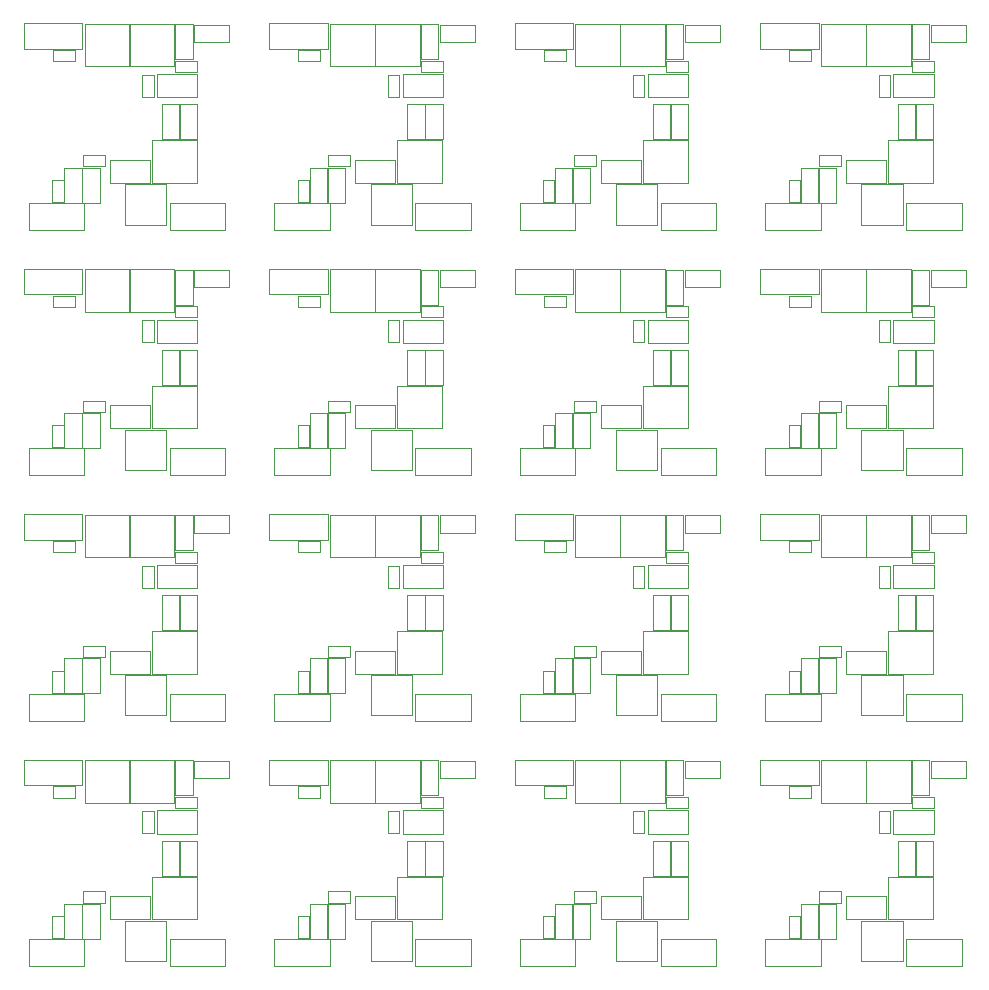
<source format=gbr>
%TF.GenerationSoftware,KiCad,Pcbnew,5.1.8*%
%TF.CreationDate,2020-11-30T01:30:04+01:00*%
%TF.ProjectId,panel2,70616e65-6c32-42e6-9b69-6361645f7063,rev?*%
%TF.SameCoordinates,Original*%
%TF.FileFunction,Other,User*%
%FSLAX46Y46*%
G04 Gerber Fmt 4.6, Leading zero omitted, Abs format (unit mm)*
G04 Created by KiCad (PCBNEW 5.1.8) date 2020-11-30 01:30:04*
%MOMM*%
%LPD*%
G01*
G04 APERTURE LIST*
%ADD10C,0.050000*%
G04 APERTURE END LIST*
D10*
%TO.C,D1*%
X118912016Y-127688516D02*
X117452016Y-127688516D01*
X117452016Y-127688516D02*
X117452016Y-124728516D01*
X117452016Y-124728516D02*
X118912016Y-124728516D01*
X118912016Y-124728516D02*
X118912016Y-127688516D01*
%TO.C,D2*%
X117388016Y-127688516D02*
X115928016Y-127688516D01*
X115928016Y-127688516D02*
X115928016Y-124728516D01*
X115928016Y-124728516D02*
X117388016Y-124728516D01*
X117388016Y-124728516D02*
X117388016Y-127688516D01*
%TO.C,F1*%
X117459016Y-112530016D02*
X117459016Y-114690016D01*
X117459016Y-114690016D02*
X112499016Y-114690016D01*
X112499016Y-114690016D02*
X112499016Y-112530016D01*
X112499016Y-112530016D02*
X117459016Y-112530016D01*
%TO.C,Q1*%
X121070016Y-129550016D02*
X121070016Y-126150016D01*
X121070016Y-126150016D02*
X124570016Y-126150016D01*
X124570016Y-126150016D02*
X124570016Y-129550016D01*
X124570016Y-129550016D02*
X121070016Y-129550016D01*
%TO.C,R1*%
X119364016Y-123681016D02*
X119364016Y-124621016D01*
X119364016Y-124621016D02*
X117504016Y-124621016D01*
X117504016Y-124621016D02*
X117504016Y-123681016D01*
X117504016Y-123681016D02*
X119364016Y-123681016D01*
%TO.C,R2*%
X123478016Y-118733016D02*
X122538016Y-118733016D01*
X122538016Y-118733016D02*
X122538016Y-116873016D01*
X122538016Y-116873016D02*
X123478016Y-116873016D01*
X123478016Y-116873016D02*
X123478016Y-118733016D01*
%TO.C,R3*%
X114968016Y-115731016D02*
X114968016Y-114791016D01*
X114968016Y-114791016D02*
X116828016Y-114791016D01*
X116828016Y-114791016D02*
X116828016Y-115731016D01*
X116828016Y-115731016D02*
X114968016Y-115731016D01*
%TO.C,R4*%
X115858016Y-127623016D02*
X114918016Y-127623016D01*
X114918016Y-127623016D02*
X114918016Y-125763016D01*
X114918016Y-125763016D02*
X115858016Y-125763016D01*
X115858016Y-125763016D02*
X115858016Y-127623016D01*
%TO.C,R5*%
X127178516Y-115680016D02*
X127178516Y-116620016D01*
X127178516Y-116620016D02*
X125318516Y-116620016D01*
X125318516Y-116620016D02*
X125318516Y-115680016D01*
X125318516Y-115680016D02*
X127178516Y-115680016D01*
%TO.C,U1*%
X123351016Y-122417016D02*
X127151016Y-122417016D01*
X127151016Y-122417016D02*
X127151016Y-126017016D01*
X127151016Y-126017016D02*
X123351016Y-126017016D01*
X123351016Y-126017016D02*
X123351016Y-122417016D01*
%TO.C,U2*%
X125246016Y-112566016D02*
X121446016Y-112566016D01*
X125246016Y-116166016D02*
X125246016Y-112566016D01*
X121446016Y-116166016D02*
X125246016Y-116166016D01*
X121446016Y-112566016D02*
X121446016Y-116166016D01*
%TO.C,U3*%
X121436016Y-112566016D02*
X117636016Y-112566016D01*
X121436016Y-116166016D02*
X121436016Y-112566016D01*
X117636016Y-116166016D02*
X121436016Y-116166016D01*
X117636016Y-112566016D02*
X117636016Y-116166016D01*
%TO.C,D3*%
X117610016Y-130000016D02*
X112910016Y-130000016D01*
X112910016Y-130000016D02*
X112910016Y-127700016D01*
X112910016Y-127700016D02*
X117610016Y-127700016D01*
X117610016Y-130000016D02*
X117610016Y-127700016D01*
%TO.C,D4*%
X129550016Y-130000016D02*
X124850016Y-130000016D01*
X124850016Y-130000016D02*
X124850016Y-127700016D01*
X124850016Y-127700016D02*
X129550016Y-127700016D01*
X129550016Y-130000016D02*
X129550016Y-127700016D01*
%TO.C,C1*%
X123184016Y-124060016D02*
X123184016Y-126020016D01*
X123184016Y-126020016D02*
X119784016Y-126020016D01*
X119784016Y-126020016D02*
X119784016Y-124060016D01*
X119784016Y-124060016D02*
X123184016Y-124060016D01*
%TO.C,C2*%
X123782016Y-118781016D02*
X123782016Y-116821016D01*
X123782016Y-116821016D02*
X127182016Y-116821016D01*
X127182016Y-116821016D02*
X127182016Y-118781016D01*
X127182016Y-118781016D02*
X123782016Y-118781016D01*
%TO.C,C3*%
X125643016Y-122342016D02*
X124183016Y-122342016D01*
X124183016Y-122342016D02*
X124183016Y-119382016D01*
X124183016Y-119382016D02*
X125643016Y-119382016D01*
X125643016Y-119382016D02*
X125643016Y-122342016D01*
%TO.C,C4*%
X127167016Y-122342016D02*
X125707016Y-122342016D01*
X125707016Y-122342016D02*
X125707016Y-119382016D01*
X125707016Y-119382016D02*
X127167016Y-119382016D01*
X127167016Y-119382016D02*
X127167016Y-122342016D01*
%TO.C,C5*%
X126786016Y-115547516D02*
X125326016Y-115547516D01*
X125326016Y-115547516D02*
X125326016Y-112587516D01*
X125326016Y-112587516D02*
X126786016Y-112587516D01*
X126786016Y-112587516D02*
X126786016Y-115547516D01*
%TO.C,R6*%
X126925016Y-114086016D02*
X126925016Y-112626016D01*
X126925016Y-112626016D02*
X129885016Y-112626016D01*
X129885016Y-112626016D02*
X129885016Y-114086016D01*
X129885016Y-114086016D02*
X126925016Y-114086016D01*
%TO.C,D1*%
X98132011Y-127688516D02*
X96672011Y-127688516D01*
X96672011Y-127688516D02*
X96672011Y-124728516D01*
X96672011Y-124728516D02*
X98132011Y-124728516D01*
X98132011Y-124728516D02*
X98132011Y-127688516D01*
%TO.C,D2*%
X96608011Y-127688516D02*
X95148011Y-127688516D01*
X95148011Y-127688516D02*
X95148011Y-124728516D01*
X95148011Y-124728516D02*
X96608011Y-124728516D01*
X96608011Y-124728516D02*
X96608011Y-127688516D01*
%TO.C,F1*%
X96679011Y-112530016D02*
X96679011Y-114690016D01*
X96679011Y-114690016D02*
X91719011Y-114690016D01*
X91719011Y-114690016D02*
X91719011Y-112530016D01*
X91719011Y-112530016D02*
X96679011Y-112530016D01*
%TO.C,Q1*%
X100290011Y-129550016D02*
X100290011Y-126150016D01*
X100290011Y-126150016D02*
X103790011Y-126150016D01*
X103790011Y-126150016D02*
X103790011Y-129550016D01*
X103790011Y-129550016D02*
X100290011Y-129550016D01*
%TO.C,R1*%
X98584011Y-123681016D02*
X98584011Y-124621016D01*
X98584011Y-124621016D02*
X96724011Y-124621016D01*
X96724011Y-124621016D02*
X96724011Y-123681016D01*
X96724011Y-123681016D02*
X98584011Y-123681016D01*
%TO.C,R2*%
X102698011Y-118733016D02*
X101758011Y-118733016D01*
X101758011Y-118733016D02*
X101758011Y-116873016D01*
X101758011Y-116873016D02*
X102698011Y-116873016D01*
X102698011Y-116873016D02*
X102698011Y-118733016D01*
%TO.C,R3*%
X94188011Y-115731016D02*
X94188011Y-114791016D01*
X94188011Y-114791016D02*
X96048011Y-114791016D01*
X96048011Y-114791016D02*
X96048011Y-115731016D01*
X96048011Y-115731016D02*
X94188011Y-115731016D01*
%TO.C,R4*%
X95078011Y-127623016D02*
X94138011Y-127623016D01*
X94138011Y-127623016D02*
X94138011Y-125763016D01*
X94138011Y-125763016D02*
X95078011Y-125763016D01*
X95078011Y-125763016D02*
X95078011Y-127623016D01*
%TO.C,R5*%
X106398511Y-115680016D02*
X106398511Y-116620016D01*
X106398511Y-116620016D02*
X104538511Y-116620016D01*
X104538511Y-116620016D02*
X104538511Y-115680016D01*
X104538511Y-115680016D02*
X106398511Y-115680016D01*
%TO.C,U1*%
X102571011Y-122417016D02*
X106371011Y-122417016D01*
X106371011Y-122417016D02*
X106371011Y-126017016D01*
X106371011Y-126017016D02*
X102571011Y-126017016D01*
X102571011Y-126017016D02*
X102571011Y-122417016D01*
%TO.C,U2*%
X104466011Y-112566016D02*
X100666011Y-112566016D01*
X104466011Y-116166016D02*
X104466011Y-112566016D01*
X100666011Y-116166016D02*
X104466011Y-116166016D01*
X100666011Y-112566016D02*
X100666011Y-116166016D01*
%TO.C,U3*%
X100656011Y-112566016D02*
X96856011Y-112566016D01*
X100656011Y-116166016D02*
X100656011Y-112566016D01*
X96856011Y-116166016D02*
X100656011Y-116166016D01*
X96856011Y-112566016D02*
X96856011Y-116166016D01*
%TO.C,D3*%
X96830011Y-130000016D02*
X92130011Y-130000016D01*
X92130011Y-130000016D02*
X92130011Y-127700016D01*
X92130011Y-127700016D02*
X96830011Y-127700016D01*
X96830011Y-130000016D02*
X96830011Y-127700016D01*
%TO.C,D4*%
X108770011Y-130000016D02*
X104070011Y-130000016D01*
X104070011Y-130000016D02*
X104070011Y-127700016D01*
X104070011Y-127700016D02*
X108770011Y-127700016D01*
X108770011Y-130000016D02*
X108770011Y-127700016D01*
%TO.C,C1*%
X102404011Y-124060016D02*
X102404011Y-126020016D01*
X102404011Y-126020016D02*
X99004011Y-126020016D01*
X99004011Y-126020016D02*
X99004011Y-124060016D01*
X99004011Y-124060016D02*
X102404011Y-124060016D01*
%TO.C,C2*%
X103002011Y-118781016D02*
X103002011Y-116821016D01*
X103002011Y-116821016D02*
X106402011Y-116821016D01*
X106402011Y-116821016D02*
X106402011Y-118781016D01*
X106402011Y-118781016D02*
X103002011Y-118781016D01*
%TO.C,C3*%
X104863011Y-122342016D02*
X103403011Y-122342016D01*
X103403011Y-122342016D02*
X103403011Y-119382016D01*
X103403011Y-119382016D02*
X104863011Y-119382016D01*
X104863011Y-119382016D02*
X104863011Y-122342016D01*
%TO.C,C4*%
X106387011Y-122342016D02*
X104927011Y-122342016D01*
X104927011Y-122342016D02*
X104927011Y-119382016D01*
X104927011Y-119382016D02*
X106387011Y-119382016D01*
X106387011Y-119382016D02*
X106387011Y-122342016D01*
%TO.C,C5*%
X106006011Y-115547516D02*
X104546011Y-115547516D01*
X104546011Y-115547516D02*
X104546011Y-112587516D01*
X104546011Y-112587516D02*
X106006011Y-112587516D01*
X106006011Y-112587516D02*
X106006011Y-115547516D01*
%TO.C,R6*%
X106145011Y-114086016D02*
X106145011Y-112626016D01*
X106145011Y-112626016D02*
X109105011Y-112626016D01*
X109105011Y-112626016D02*
X109105011Y-114086016D01*
X109105011Y-114086016D02*
X106145011Y-114086016D01*
%TO.C,D1*%
X77352006Y-127688516D02*
X75892006Y-127688516D01*
X75892006Y-127688516D02*
X75892006Y-124728516D01*
X75892006Y-124728516D02*
X77352006Y-124728516D01*
X77352006Y-124728516D02*
X77352006Y-127688516D01*
%TO.C,D2*%
X75828006Y-127688516D02*
X74368006Y-127688516D01*
X74368006Y-127688516D02*
X74368006Y-124728516D01*
X74368006Y-124728516D02*
X75828006Y-124728516D01*
X75828006Y-124728516D02*
X75828006Y-127688516D01*
%TO.C,F1*%
X75899006Y-112530016D02*
X75899006Y-114690016D01*
X75899006Y-114690016D02*
X70939006Y-114690016D01*
X70939006Y-114690016D02*
X70939006Y-112530016D01*
X70939006Y-112530016D02*
X75899006Y-112530016D01*
%TO.C,Q1*%
X79510006Y-129550016D02*
X79510006Y-126150016D01*
X79510006Y-126150016D02*
X83010006Y-126150016D01*
X83010006Y-126150016D02*
X83010006Y-129550016D01*
X83010006Y-129550016D02*
X79510006Y-129550016D01*
%TO.C,R1*%
X77804006Y-123681016D02*
X77804006Y-124621016D01*
X77804006Y-124621016D02*
X75944006Y-124621016D01*
X75944006Y-124621016D02*
X75944006Y-123681016D01*
X75944006Y-123681016D02*
X77804006Y-123681016D01*
%TO.C,R2*%
X81918006Y-118733016D02*
X80978006Y-118733016D01*
X80978006Y-118733016D02*
X80978006Y-116873016D01*
X80978006Y-116873016D02*
X81918006Y-116873016D01*
X81918006Y-116873016D02*
X81918006Y-118733016D01*
%TO.C,R3*%
X73408006Y-115731016D02*
X73408006Y-114791016D01*
X73408006Y-114791016D02*
X75268006Y-114791016D01*
X75268006Y-114791016D02*
X75268006Y-115731016D01*
X75268006Y-115731016D02*
X73408006Y-115731016D01*
%TO.C,R4*%
X74298006Y-127623016D02*
X73358006Y-127623016D01*
X73358006Y-127623016D02*
X73358006Y-125763016D01*
X73358006Y-125763016D02*
X74298006Y-125763016D01*
X74298006Y-125763016D02*
X74298006Y-127623016D01*
%TO.C,R5*%
X85618506Y-115680016D02*
X85618506Y-116620016D01*
X85618506Y-116620016D02*
X83758506Y-116620016D01*
X83758506Y-116620016D02*
X83758506Y-115680016D01*
X83758506Y-115680016D02*
X85618506Y-115680016D01*
%TO.C,U1*%
X81791006Y-122417016D02*
X85591006Y-122417016D01*
X85591006Y-122417016D02*
X85591006Y-126017016D01*
X85591006Y-126017016D02*
X81791006Y-126017016D01*
X81791006Y-126017016D02*
X81791006Y-122417016D01*
%TO.C,U2*%
X83686006Y-112566016D02*
X79886006Y-112566016D01*
X83686006Y-116166016D02*
X83686006Y-112566016D01*
X79886006Y-116166016D02*
X83686006Y-116166016D01*
X79886006Y-112566016D02*
X79886006Y-116166016D01*
%TO.C,U3*%
X79876006Y-112566016D02*
X76076006Y-112566016D01*
X79876006Y-116166016D02*
X79876006Y-112566016D01*
X76076006Y-116166016D02*
X79876006Y-116166016D01*
X76076006Y-112566016D02*
X76076006Y-116166016D01*
%TO.C,D3*%
X76050006Y-130000016D02*
X71350006Y-130000016D01*
X71350006Y-130000016D02*
X71350006Y-127700016D01*
X71350006Y-127700016D02*
X76050006Y-127700016D01*
X76050006Y-130000016D02*
X76050006Y-127700016D01*
%TO.C,D4*%
X87990006Y-130000016D02*
X83290006Y-130000016D01*
X83290006Y-130000016D02*
X83290006Y-127700016D01*
X83290006Y-127700016D02*
X87990006Y-127700016D01*
X87990006Y-130000016D02*
X87990006Y-127700016D01*
%TO.C,C1*%
X81624006Y-124060016D02*
X81624006Y-126020016D01*
X81624006Y-126020016D02*
X78224006Y-126020016D01*
X78224006Y-126020016D02*
X78224006Y-124060016D01*
X78224006Y-124060016D02*
X81624006Y-124060016D01*
%TO.C,C2*%
X82222006Y-118781016D02*
X82222006Y-116821016D01*
X82222006Y-116821016D02*
X85622006Y-116821016D01*
X85622006Y-116821016D02*
X85622006Y-118781016D01*
X85622006Y-118781016D02*
X82222006Y-118781016D01*
%TO.C,C3*%
X84083006Y-122342016D02*
X82623006Y-122342016D01*
X82623006Y-122342016D02*
X82623006Y-119382016D01*
X82623006Y-119382016D02*
X84083006Y-119382016D01*
X84083006Y-119382016D02*
X84083006Y-122342016D01*
%TO.C,C4*%
X85607006Y-122342016D02*
X84147006Y-122342016D01*
X84147006Y-122342016D02*
X84147006Y-119382016D01*
X84147006Y-119382016D02*
X85607006Y-119382016D01*
X85607006Y-119382016D02*
X85607006Y-122342016D01*
%TO.C,C5*%
X85226006Y-115547516D02*
X83766006Y-115547516D01*
X83766006Y-115547516D02*
X83766006Y-112587516D01*
X83766006Y-112587516D02*
X85226006Y-112587516D01*
X85226006Y-112587516D02*
X85226006Y-115547516D01*
%TO.C,R6*%
X85365006Y-114086016D02*
X85365006Y-112626016D01*
X85365006Y-112626016D02*
X88325006Y-112626016D01*
X88325006Y-112626016D02*
X88325006Y-114086016D01*
X88325006Y-114086016D02*
X85365006Y-114086016D01*
%TO.C,D1*%
X56572001Y-127688516D02*
X55112001Y-127688516D01*
X55112001Y-127688516D02*
X55112001Y-124728516D01*
X55112001Y-124728516D02*
X56572001Y-124728516D01*
X56572001Y-124728516D02*
X56572001Y-127688516D01*
%TO.C,D2*%
X55048001Y-127688516D02*
X53588001Y-127688516D01*
X53588001Y-127688516D02*
X53588001Y-124728516D01*
X53588001Y-124728516D02*
X55048001Y-124728516D01*
X55048001Y-124728516D02*
X55048001Y-127688516D01*
%TO.C,F1*%
X55119001Y-112530016D02*
X55119001Y-114690016D01*
X55119001Y-114690016D02*
X50159001Y-114690016D01*
X50159001Y-114690016D02*
X50159001Y-112530016D01*
X50159001Y-112530016D02*
X55119001Y-112530016D01*
%TO.C,Q1*%
X58730001Y-129550016D02*
X58730001Y-126150016D01*
X58730001Y-126150016D02*
X62230001Y-126150016D01*
X62230001Y-126150016D02*
X62230001Y-129550016D01*
X62230001Y-129550016D02*
X58730001Y-129550016D01*
%TO.C,R1*%
X57024001Y-123681016D02*
X57024001Y-124621016D01*
X57024001Y-124621016D02*
X55164001Y-124621016D01*
X55164001Y-124621016D02*
X55164001Y-123681016D01*
X55164001Y-123681016D02*
X57024001Y-123681016D01*
%TO.C,R2*%
X61138001Y-118733016D02*
X60198001Y-118733016D01*
X60198001Y-118733016D02*
X60198001Y-116873016D01*
X60198001Y-116873016D02*
X61138001Y-116873016D01*
X61138001Y-116873016D02*
X61138001Y-118733016D01*
%TO.C,R3*%
X52628001Y-115731016D02*
X52628001Y-114791016D01*
X52628001Y-114791016D02*
X54488001Y-114791016D01*
X54488001Y-114791016D02*
X54488001Y-115731016D01*
X54488001Y-115731016D02*
X52628001Y-115731016D01*
%TO.C,R4*%
X53518001Y-127623016D02*
X52578001Y-127623016D01*
X52578001Y-127623016D02*
X52578001Y-125763016D01*
X52578001Y-125763016D02*
X53518001Y-125763016D01*
X53518001Y-125763016D02*
X53518001Y-127623016D01*
%TO.C,R5*%
X64838501Y-115680016D02*
X64838501Y-116620016D01*
X64838501Y-116620016D02*
X62978501Y-116620016D01*
X62978501Y-116620016D02*
X62978501Y-115680016D01*
X62978501Y-115680016D02*
X64838501Y-115680016D01*
%TO.C,U1*%
X61011001Y-122417016D02*
X64811001Y-122417016D01*
X64811001Y-122417016D02*
X64811001Y-126017016D01*
X64811001Y-126017016D02*
X61011001Y-126017016D01*
X61011001Y-126017016D02*
X61011001Y-122417016D01*
%TO.C,U2*%
X62906001Y-112566016D02*
X59106001Y-112566016D01*
X62906001Y-116166016D02*
X62906001Y-112566016D01*
X59106001Y-116166016D02*
X62906001Y-116166016D01*
X59106001Y-112566016D02*
X59106001Y-116166016D01*
%TO.C,U3*%
X59096001Y-112566016D02*
X55296001Y-112566016D01*
X59096001Y-116166016D02*
X59096001Y-112566016D01*
X55296001Y-116166016D02*
X59096001Y-116166016D01*
X55296001Y-112566016D02*
X55296001Y-116166016D01*
%TO.C,D3*%
X55270001Y-130000016D02*
X50570001Y-130000016D01*
X50570001Y-130000016D02*
X50570001Y-127700016D01*
X50570001Y-127700016D02*
X55270001Y-127700016D01*
X55270001Y-130000016D02*
X55270001Y-127700016D01*
%TO.C,D4*%
X67210001Y-130000016D02*
X62510001Y-130000016D01*
X62510001Y-130000016D02*
X62510001Y-127700016D01*
X62510001Y-127700016D02*
X67210001Y-127700016D01*
X67210001Y-130000016D02*
X67210001Y-127700016D01*
%TO.C,C1*%
X60844001Y-124060016D02*
X60844001Y-126020016D01*
X60844001Y-126020016D02*
X57444001Y-126020016D01*
X57444001Y-126020016D02*
X57444001Y-124060016D01*
X57444001Y-124060016D02*
X60844001Y-124060016D01*
%TO.C,C2*%
X61442001Y-118781016D02*
X61442001Y-116821016D01*
X61442001Y-116821016D02*
X64842001Y-116821016D01*
X64842001Y-116821016D02*
X64842001Y-118781016D01*
X64842001Y-118781016D02*
X61442001Y-118781016D01*
%TO.C,C3*%
X63303001Y-122342016D02*
X61843001Y-122342016D01*
X61843001Y-122342016D02*
X61843001Y-119382016D01*
X61843001Y-119382016D02*
X63303001Y-119382016D01*
X63303001Y-119382016D02*
X63303001Y-122342016D01*
%TO.C,C4*%
X64827001Y-122342016D02*
X63367001Y-122342016D01*
X63367001Y-122342016D02*
X63367001Y-119382016D01*
X63367001Y-119382016D02*
X64827001Y-119382016D01*
X64827001Y-119382016D02*
X64827001Y-122342016D01*
%TO.C,C5*%
X64446001Y-115547516D02*
X62986001Y-115547516D01*
X62986001Y-115547516D02*
X62986001Y-112587516D01*
X62986001Y-112587516D02*
X64446001Y-112587516D01*
X64446001Y-112587516D02*
X64446001Y-115547516D01*
%TO.C,R6*%
X64585001Y-114086016D02*
X64585001Y-112626016D01*
X64585001Y-112626016D02*
X67545001Y-112626016D01*
X67545001Y-112626016D02*
X67545001Y-114086016D01*
X67545001Y-114086016D02*
X64585001Y-114086016D01*
%TO.C,D1*%
X118912016Y-106908511D02*
X117452016Y-106908511D01*
X117452016Y-106908511D02*
X117452016Y-103948511D01*
X117452016Y-103948511D02*
X118912016Y-103948511D01*
X118912016Y-103948511D02*
X118912016Y-106908511D01*
%TO.C,D2*%
X117388016Y-106908511D02*
X115928016Y-106908511D01*
X115928016Y-106908511D02*
X115928016Y-103948511D01*
X115928016Y-103948511D02*
X117388016Y-103948511D01*
X117388016Y-103948511D02*
X117388016Y-106908511D01*
%TO.C,F1*%
X117459016Y-91750011D02*
X117459016Y-93910011D01*
X117459016Y-93910011D02*
X112499016Y-93910011D01*
X112499016Y-93910011D02*
X112499016Y-91750011D01*
X112499016Y-91750011D02*
X117459016Y-91750011D01*
%TO.C,Q1*%
X121070016Y-108770011D02*
X121070016Y-105370011D01*
X121070016Y-105370011D02*
X124570016Y-105370011D01*
X124570016Y-105370011D02*
X124570016Y-108770011D01*
X124570016Y-108770011D02*
X121070016Y-108770011D01*
%TO.C,R1*%
X119364016Y-102901011D02*
X119364016Y-103841011D01*
X119364016Y-103841011D02*
X117504016Y-103841011D01*
X117504016Y-103841011D02*
X117504016Y-102901011D01*
X117504016Y-102901011D02*
X119364016Y-102901011D01*
%TO.C,R2*%
X123478016Y-97953011D02*
X122538016Y-97953011D01*
X122538016Y-97953011D02*
X122538016Y-96093011D01*
X122538016Y-96093011D02*
X123478016Y-96093011D01*
X123478016Y-96093011D02*
X123478016Y-97953011D01*
%TO.C,R3*%
X114968016Y-94951011D02*
X114968016Y-94011011D01*
X114968016Y-94011011D02*
X116828016Y-94011011D01*
X116828016Y-94011011D02*
X116828016Y-94951011D01*
X116828016Y-94951011D02*
X114968016Y-94951011D01*
%TO.C,R4*%
X115858016Y-106843011D02*
X114918016Y-106843011D01*
X114918016Y-106843011D02*
X114918016Y-104983011D01*
X114918016Y-104983011D02*
X115858016Y-104983011D01*
X115858016Y-104983011D02*
X115858016Y-106843011D01*
%TO.C,R5*%
X127178516Y-94900011D02*
X127178516Y-95840011D01*
X127178516Y-95840011D02*
X125318516Y-95840011D01*
X125318516Y-95840011D02*
X125318516Y-94900011D01*
X125318516Y-94900011D02*
X127178516Y-94900011D01*
%TO.C,U1*%
X123351016Y-101637011D02*
X127151016Y-101637011D01*
X127151016Y-101637011D02*
X127151016Y-105237011D01*
X127151016Y-105237011D02*
X123351016Y-105237011D01*
X123351016Y-105237011D02*
X123351016Y-101637011D01*
%TO.C,U2*%
X125246016Y-91786011D02*
X121446016Y-91786011D01*
X125246016Y-95386011D02*
X125246016Y-91786011D01*
X121446016Y-95386011D02*
X125246016Y-95386011D01*
X121446016Y-91786011D02*
X121446016Y-95386011D01*
%TO.C,U3*%
X121436016Y-91786011D02*
X117636016Y-91786011D01*
X121436016Y-95386011D02*
X121436016Y-91786011D01*
X117636016Y-95386011D02*
X121436016Y-95386011D01*
X117636016Y-91786011D02*
X117636016Y-95386011D01*
%TO.C,D3*%
X117610016Y-109220011D02*
X112910016Y-109220011D01*
X112910016Y-109220011D02*
X112910016Y-106920011D01*
X112910016Y-106920011D02*
X117610016Y-106920011D01*
X117610016Y-109220011D02*
X117610016Y-106920011D01*
%TO.C,D4*%
X129550016Y-109220011D02*
X124850016Y-109220011D01*
X124850016Y-109220011D02*
X124850016Y-106920011D01*
X124850016Y-106920011D02*
X129550016Y-106920011D01*
X129550016Y-109220011D02*
X129550016Y-106920011D01*
%TO.C,C1*%
X123184016Y-103280011D02*
X123184016Y-105240011D01*
X123184016Y-105240011D02*
X119784016Y-105240011D01*
X119784016Y-105240011D02*
X119784016Y-103280011D01*
X119784016Y-103280011D02*
X123184016Y-103280011D01*
%TO.C,C2*%
X123782016Y-98001011D02*
X123782016Y-96041011D01*
X123782016Y-96041011D02*
X127182016Y-96041011D01*
X127182016Y-96041011D02*
X127182016Y-98001011D01*
X127182016Y-98001011D02*
X123782016Y-98001011D01*
%TO.C,C3*%
X125643016Y-101562011D02*
X124183016Y-101562011D01*
X124183016Y-101562011D02*
X124183016Y-98602011D01*
X124183016Y-98602011D02*
X125643016Y-98602011D01*
X125643016Y-98602011D02*
X125643016Y-101562011D01*
%TO.C,C4*%
X127167016Y-101562011D02*
X125707016Y-101562011D01*
X125707016Y-101562011D02*
X125707016Y-98602011D01*
X125707016Y-98602011D02*
X127167016Y-98602011D01*
X127167016Y-98602011D02*
X127167016Y-101562011D01*
%TO.C,C5*%
X126786016Y-94767511D02*
X125326016Y-94767511D01*
X125326016Y-94767511D02*
X125326016Y-91807511D01*
X125326016Y-91807511D02*
X126786016Y-91807511D01*
X126786016Y-91807511D02*
X126786016Y-94767511D01*
%TO.C,R6*%
X126925016Y-93306011D02*
X126925016Y-91846011D01*
X126925016Y-91846011D02*
X129885016Y-91846011D01*
X129885016Y-91846011D02*
X129885016Y-93306011D01*
X129885016Y-93306011D02*
X126925016Y-93306011D01*
%TO.C,D1*%
X98132011Y-106908511D02*
X96672011Y-106908511D01*
X96672011Y-106908511D02*
X96672011Y-103948511D01*
X96672011Y-103948511D02*
X98132011Y-103948511D01*
X98132011Y-103948511D02*
X98132011Y-106908511D01*
%TO.C,D2*%
X96608011Y-106908511D02*
X95148011Y-106908511D01*
X95148011Y-106908511D02*
X95148011Y-103948511D01*
X95148011Y-103948511D02*
X96608011Y-103948511D01*
X96608011Y-103948511D02*
X96608011Y-106908511D01*
%TO.C,F1*%
X96679011Y-91750011D02*
X96679011Y-93910011D01*
X96679011Y-93910011D02*
X91719011Y-93910011D01*
X91719011Y-93910011D02*
X91719011Y-91750011D01*
X91719011Y-91750011D02*
X96679011Y-91750011D01*
%TO.C,Q1*%
X100290011Y-108770011D02*
X100290011Y-105370011D01*
X100290011Y-105370011D02*
X103790011Y-105370011D01*
X103790011Y-105370011D02*
X103790011Y-108770011D01*
X103790011Y-108770011D02*
X100290011Y-108770011D01*
%TO.C,R1*%
X98584011Y-102901011D02*
X98584011Y-103841011D01*
X98584011Y-103841011D02*
X96724011Y-103841011D01*
X96724011Y-103841011D02*
X96724011Y-102901011D01*
X96724011Y-102901011D02*
X98584011Y-102901011D01*
%TO.C,R2*%
X102698011Y-97953011D02*
X101758011Y-97953011D01*
X101758011Y-97953011D02*
X101758011Y-96093011D01*
X101758011Y-96093011D02*
X102698011Y-96093011D01*
X102698011Y-96093011D02*
X102698011Y-97953011D01*
%TO.C,R3*%
X94188011Y-94951011D02*
X94188011Y-94011011D01*
X94188011Y-94011011D02*
X96048011Y-94011011D01*
X96048011Y-94011011D02*
X96048011Y-94951011D01*
X96048011Y-94951011D02*
X94188011Y-94951011D01*
%TO.C,R4*%
X95078011Y-106843011D02*
X94138011Y-106843011D01*
X94138011Y-106843011D02*
X94138011Y-104983011D01*
X94138011Y-104983011D02*
X95078011Y-104983011D01*
X95078011Y-104983011D02*
X95078011Y-106843011D01*
%TO.C,R5*%
X106398511Y-94900011D02*
X106398511Y-95840011D01*
X106398511Y-95840011D02*
X104538511Y-95840011D01*
X104538511Y-95840011D02*
X104538511Y-94900011D01*
X104538511Y-94900011D02*
X106398511Y-94900011D01*
%TO.C,U1*%
X102571011Y-101637011D02*
X106371011Y-101637011D01*
X106371011Y-101637011D02*
X106371011Y-105237011D01*
X106371011Y-105237011D02*
X102571011Y-105237011D01*
X102571011Y-105237011D02*
X102571011Y-101637011D01*
%TO.C,U2*%
X104466011Y-91786011D02*
X100666011Y-91786011D01*
X104466011Y-95386011D02*
X104466011Y-91786011D01*
X100666011Y-95386011D02*
X104466011Y-95386011D01*
X100666011Y-91786011D02*
X100666011Y-95386011D01*
%TO.C,U3*%
X100656011Y-91786011D02*
X96856011Y-91786011D01*
X100656011Y-95386011D02*
X100656011Y-91786011D01*
X96856011Y-95386011D02*
X100656011Y-95386011D01*
X96856011Y-91786011D02*
X96856011Y-95386011D01*
%TO.C,D3*%
X96830011Y-109220011D02*
X92130011Y-109220011D01*
X92130011Y-109220011D02*
X92130011Y-106920011D01*
X92130011Y-106920011D02*
X96830011Y-106920011D01*
X96830011Y-109220011D02*
X96830011Y-106920011D01*
%TO.C,D4*%
X108770011Y-109220011D02*
X104070011Y-109220011D01*
X104070011Y-109220011D02*
X104070011Y-106920011D01*
X104070011Y-106920011D02*
X108770011Y-106920011D01*
X108770011Y-109220011D02*
X108770011Y-106920011D01*
%TO.C,C1*%
X102404011Y-103280011D02*
X102404011Y-105240011D01*
X102404011Y-105240011D02*
X99004011Y-105240011D01*
X99004011Y-105240011D02*
X99004011Y-103280011D01*
X99004011Y-103280011D02*
X102404011Y-103280011D01*
%TO.C,C2*%
X103002011Y-98001011D02*
X103002011Y-96041011D01*
X103002011Y-96041011D02*
X106402011Y-96041011D01*
X106402011Y-96041011D02*
X106402011Y-98001011D01*
X106402011Y-98001011D02*
X103002011Y-98001011D01*
%TO.C,C3*%
X104863011Y-101562011D02*
X103403011Y-101562011D01*
X103403011Y-101562011D02*
X103403011Y-98602011D01*
X103403011Y-98602011D02*
X104863011Y-98602011D01*
X104863011Y-98602011D02*
X104863011Y-101562011D01*
%TO.C,C4*%
X106387011Y-101562011D02*
X104927011Y-101562011D01*
X104927011Y-101562011D02*
X104927011Y-98602011D01*
X104927011Y-98602011D02*
X106387011Y-98602011D01*
X106387011Y-98602011D02*
X106387011Y-101562011D01*
%TO.C,C5*%
X106006011Y-94767511D02*
X104546011Y-94767511D01*
X104546011Y-94767511D02*
X104546011Y-91807511D01*
X104546011Y-91807511D02*
X106006011Y-91807511D01*
X106006011Y-91807511D02*
X106006011Y-94767511D01*
%TO.C,R6*%
X106145011Y-93306011D02*
X106145011Y-91846011D01*
X106145011Y-91846011D02*
X109105011Y-91846011D01*
X109105011Y-91846011D02*
X109105011Y-93306011D01*
X109105011Y-93306011D02*
X106145011Y-93306011D01*
%TO.C,D1*%
X77352006Y-106908511D02*
X75892006Y-106908511D01*
X75892006Y-106908511D02*
X75892006Y-103948511D01*
X75892006Y-103948511D02*
X77352006Y-103948511D01*
X77352006Y-103948511D02*
X77352006Y-106908511D01*
%TO.C,D2*%
X75828006Y-106908511D02*
X74368006Y-106908511D01*
X74368006Y-106908511D02*
X74368006Y-103948511D01*
X74368006Y-103948511D02*
X75828006Y-103948511D01*
X75828006Y-103948511D02*
X75828006Y-106908511D01*
%TO.C,F1*%
X75899006Y-91750011D02*
X75899006Y-93910011D01*
X75899006Y-93910011D02*
X70939006Y-93910011D01*
X70939006Y-93910011D02*
X70939006Y-91750011D01*
X70939006Y-91750011D02*
X75899006Y-91750011D01*
%TO.C,Q1*%
X79510006Y-108770011D02*
X79510006Y-105370011D01*
X79510006Y-105370011D02*
X83010006Y-105370011D01*
X83010006Y-105370011D02*
X83010006Y-108770011D01*
X83010006Y-108770011D02*
X79510006Y-108770011D01*
%TO.C,R1*%
X77804006Y-102901011D02*
X77804006Y-103841011D01*
X77804006Y-103841011D02*
X75944006Y-103841011D01*
X75944006Y-103841011D02*
X75944006Y-102901011D01*
X75944006Y-102901011D02*
X77804006Y-102901011D01*
%TO.C,R2*%
X81918006Y-97953011D02*
X80978006Y-97953011D01*
X80978006Y-97953011D02*
X80978006Y-96093011D01*
X80978006Y-96093011D02*
X81918006Y-96093011D01*
X81918006Y-96093011D02*
X81918006Y-97953011D01*
%TO.C,R3*%
X73408006Y-94951011D02*
X73408006Y-94011011D01*
X73408006Y-94011011D02*
X75268006Y-94011011D01*
X75268006Y-94011011D02*
X75268006Y-94951011D01*
X75268006Y-94951011D02*
X73408006Y-94951011D01*
%TO.C,R4*%
X74298006Y-106843011D02*
X73358006Y-106843011D01*
X73358006Y-106843011D02*
X73358006Y-104983011D01*
X73358006Y-104983011D02*
X74298006Y-104983011D01*
X74298006Y-104983011D02*
X74298006Y-106843011D01*
%TO.C,R5*%
X85618506Y-94900011D02*
X85618506Y-95840011D01*
X85618506Y-95840011D02*
X83758506Y-95840011D01*
X83758506Y-95840011D02*
X83758506Y-94900011D01*
X83758506Y-94900011D02*
X85618506Y-94900011D01*
%TO.C,U1*%
X81791006Y-101637011D02*
X85591006Y-101637011D01*
X85591006Y-101637011D02*
X85591006Y-105237011D01*
X85591006Y-105237011D02*
X81791006Y-105237011D01*
X81791006Y-105237011D02*
X81791006Y-101637011D01*
%TO.C,U2*%
X83686006Y-91786011D02*
X79886006Y-91786011D01*
X83686006Y-95386011D02*
X83686006Y-91786011D01*
X79886006Y-95386011D02*
X83686006Y-95386011D01*
X79886006Y-91786011D02*
X79886006Y-95386011D01*
%TO.C,U3*%
X79876006Y-91786011D02*
X76076006Y-91786011D01*
X79876006Y-95386011D02*
X79876006Y-91786011D01*
X76076006Y-95386011D02*
X79876006Y-95386011D01*
X76076006Y-91786011D02*
X76076006Y-95386011D01*
%TO.C,D3*%
X76050006Y-109220011D02*
X71350006Y-109220011D01*
X71350006Y-109220011D02*
X71350006Y-106920011D01*
X71350006Y-106920011D02*
X76050006Y-106920011D01*
X76050006Y-109220011D02*
X76050006Y-106920011D01*
%TO.C,D4*%
X87990006Y-109220011D02*
X83290006Y-109220011D01*
X83290006Y-109220011D02*
X83290006Y-106920011D01*
X83290006Y-106920011D02*
X87990006Y-106920011D01*
X87990006Y-109220011D02*
X87990006Y-106920011D01*
%TO.C,C1*%
X81624006Y-103280011D02*
X81624006Y-105240011D01*
X81624006Y-105240011D02*
X78224006Y-105240011D01*
X78224006Y-105240011D02*
X78224006Y-103280011D01*
X78224006Y-103280011D02*
X81624006Y-103280011D01*
%TO.C,C2*%
X82222006Y-98001011D02*
X82222006Y-96041011D01*
X82222006Y-96041011D02*
X85622006Y-96041011D01*
X85622006Y-96041011D02*
X85622006Y-98001011D01*
X85622006Y-98001011D02*
X82222006Y-98001011D01*
%TO.C,C3*%
X84083006Y-101562011D02*
X82623006Y-101562011D01*
X82623006Y-101562011D02*
X82623006Y-98602011D01*
X82623006Y-98602011D02*
X84083006Y-98602011D01*
X84083006Y-98602011D02*
X84083006Y-101562011D01*
%TO.C,C4*%
X85607006Y-101562011D02*
X84147006Y-101562011D01*
X84147006Y-101562011D02*
X84147006Y-98602011D01*
X84147006Y-98602011D02*
X85607006Y-98602011D01*
X85607006Y-98602011D02*
X85607006Y-101562011D01*
%TO.C,C5*%
X85226006Y-94767511D02*
X83766006Y-94767511D01*
X83766006Y-94767511D02*
X83766006Y-91807511D01*
X83766006Y-91807511D02*
X85226006Y-91807511D01*
X85226006Y-91807511D02*
X85226006Y-94767511D01*
%TO.C,R6*%
X85365006Y-93306011D02*
X85365006Y-91846011D01*
X85365006Y-91846011D02*
X88325006Y-91846011D01*
X88325006Y-91846011D02*
X88325006Y-93306011D01*
X88325006Y-93306011D02*
X85365006Y-93306011D01*
%TO.C,D1*%
X56572001Y-106908511D02*
X55112001Y-106908511D01*
X55112001Y-106908511D02*
X55112001Y-103948511D01*
X55112001Y-103948511D02*
X56572001Y-103948511D01*
X56572001Y-103948511D02*
X56572001Y-106908511D01*
%TO.C,D2*%
X55048001Y-106908511D02*
X53588001Y-106908511D01*
X53588001Y-106908511D02*
X53588001Y-103948511D01*
X53588001Y-103948511D02*
X55048001Y-103948511D01*
X55048001Y-103948511D02*
X55048001Y-106908511D01*
%TO.C,F1*%
X55119001Y-91750011D02*
X55119001Y-93910011D01*
X55119001Y-93910011D02*
X50159001Y-93910011D01*
X50159001Y-93910011D02*
X50159001Y-91750011D01*
X50159001Y-91750011D02*
X55119001Y-91750011D01*
%TO.C,Q1*%
X58730001Y-108770011D02*
X58730001Y-105370011D01*
X58730001Y-105370011D02*
X62230001Y-105370011D01*
X62230001Y-105370011D02*
X62230001Y-108770011D01*
X62230001Y-108770011D02*
X58730001Y-108770011D01*
%TO.C,R1*%
X57024001Y-102901011D02*
X57024001Y-103841011D01*
X57024001Y-103841011D02*
X55164001Y-103841011D01*
X55164001Y-103841011D02*
X55164001Y-102901011D01*
X55164001Y-102901011D02*
X57024001Y-102901011D01*
%TO.C,R2*%
X61138001Y-97953011D02*
X60198001Y-97953011D01*
X60198001Y-97953011D02*
X60198001Y-96093011D01*
X60198001Y-96093011D02*
X61138001Y-96093011D01*
X61138001Y-96093011D02*
X61138001Y-97953011D01*
%TO.C,R3*%
X52628001Y-94951011D02*
X52628001Y-94011011D01*
X52628001Y-94011011D02*
X54488001Y-94011011D01*
X54488001Y-94011011D02*
X54488001Y-94951011D01*
X54488001Y-94951011D02*
X52628001Y-94951011D01*
%TO.C,R4*%
X53518001Y-106843011D02*
X52578001Y-106843011D01*
X52578001Y-106843011D02*
X52578001Y-104983011D01*
X52578001Y-104983011D02*
X53518001Y-104983011D01*
X53518001Y-104983011D02*
X53518001Y-106843011D01*
%TO.C,R5*%
X64838501Y-94900011D02*
X64838501Y-95840011D01*
X64838501Y-95840011D02*
X62978501Y-95840011D01*
X62978501Y-95840011D02*
X62978501Y-94900011D01*
X62978501Y-94900011D02*
X64838501Y-94900011D01*
%TO.C,U1*%
X61011001Y-101637011D02*
X64811001Y-101637011D01*
X64811001Y-101637011D02*
X64811001Y-105237011D01*
X64811001Y-105237011D02*
X61011001Y-105237011D01*
X61011001Y-105237011D02*
X61011001Y-101637011D01*
%TO.C,U2*%
X62906001Y-91786011D02*
X59106001Y-91786011D01*
X62906001Y-95386011D02*
X62906001Y-91786011D01*
X59106001Y-95386011D02*
X62906001Y-95386011D01*
X59106001Y-91786011D02*
X59106001Y-95386011D01*
%TO.C,U3*%
X59096001Y-91786011D02*
X55296001Y-91786011D01*
X59096001Y-95386011D02*
X59096001Y-91786011D01*
X55296001Y-95386011D02*
X59096001Y-95386011D01*
X55296001Y-91786011D02*
X55296001Y-95386011D01*
%TO.C,D3*%
X55270001Y-109220011D02*
X50570001Y-109220011D01*
X50570001Y-109220011D02*
X50570001Y-106920011D01*
X50570001Y-106920011D02*
X55270001Y-106920011D01*
X55270001Y-109220011D02*
X55270001Y-106920011D01*
%TO.C,D4*%
X67210001Y-109220011D02*
X62510001Y-109220011D01*
X62510001Y-109220011D02*
X62510001Y-106920011D01*
X62510001Y-106920011D02*
X67210001Y-106920011D01*
X67210001Y-109220011D02*
X67210001Y-106920011D01*
%TO.C,C1*%
X60844001Y-103280011D02*
X60844001Y-105240011D01*
X60844001Y-105240011D02*
X57444001Y-105240011D01*
X57444001Y-105240011D02*
X57444001Y-103280011D01*
X57444001Y-103280011D02*
X60844001Y-103280011D01*
%TO.C,C2*%
X61442001Y-98001011D02*
X61442001Y-96041011D01*
X61442001Y-96041011D02*
X64842001Y-96041011D01*
X64842001Y-96041011D02*
X64842001Y-98001011D01*
X64842001Y-98001011D02*
X61442001Y-98001011D01*
%TO.C,C3*%
X63303001Y-101562011D02*
X61843001Y-101562011D01*
X61843001Y-101562011D02*
X61843001Y-98602011D01*
X61843001Y-98602011D02*
X63303001Y-98602011D01*
X63303001Y-98602011D02*
X63303001Y-101562011D01*
%TO.C,C4*%
X64827001Y-101562011D02*
X63367001Y-101562011D01*
X63367001Y-101562011D02*
X63367001Y-98602011D01*
X63367001Y-98602011D02*
X64827001Y-98602011D01*
X64827001Y-98602011D02*
X64827001Y-101562011D01*
%TO.C,C5*%
X64446001Y-94767511D02*
X62986001Y-94767511D01*
X62986001Y-94767511D02*
X62986001Y-91807511D01*
X62986001Y-91807511D02*
X64446001Y-91807511D01*
X64446001Y-91807511D02*
X64446001Y-94767511D01*
%TO.C,R6*%
X64585001Y-93306011D02*
X64585001Y-91846011D01*
X64585001Y-91846011D02*
X67545001Y-91846011D01*
X67545001Y-91846011D02*
X67545001Y-93306011D01*
X67545001Y-93306011D02*
X64585001Y-93306011D01*
%TO.C,D1*%
X118912016Y-86128506D02*
X117452016Y-86128506D01*
X117452016Y-86128506D02*
X117452016Y-83168506D01*
X117452016Y-83168506D02*
X118912016Y-83168506D01*
X118912016Y-83168506D02*
X118912016Y-86128506D01*
%TO.C,D2*%
X117388016Y-86128506D02*
X115928016Y-86128506D01*
X115928016Y-86128506D02*
X115928016Y-83168506D01*
X115928016Y-83168506D02*
X117388016Y-83168506D01*
X117388016Y-83168506D02*
X117388016Y-86128506D01*
%TO.C,F1*%
X117459016Y-70970006D02*
X117459016Y-73130006D01*
X117459016Y-73130006D02*
X112499016Y-73130006D01*
X112499016Y-73130006D02*
X112499016Y-70970006D01*
X112499016Y-70970006D02*
X117459016Y-70970006D01*
%TO.C,Q1*%
X121070016Y-87990006D02*
X121070016Y-84590006D01*
X121070016Y-84590006D02*
X124570016Y-84590006D01*
X124570016Y-84590006D02*
X124570016Y-87990006D01*
X124570016Y-87990006D02*
X121070016Y-87990006D01*
%TO.C,R1*%
X119364016Y-82121006D02*
X119364016Y-83061006D01*
X119364016Y-83061006D02*
X117504016Y-83061006D01*
X117504016Y-83061006D02*
X117504016Y-82121006D01*
X117504016Y-82121006D02*
X119364016Y-82121006D01*
%TO.C,R2*%
X123478016Y-77173006D02*
X122538016Y-77173006D01*
X122538016Y-77173006D02*
X122538016Y-75313006D01*
X122538016Y-75313006D02*
X123478016Y-75313006D01*
X123478016Y-75313006D02*
X123478016Y-77173006D01*
%TO.C,R3*%
X114968016Y-74171006D02*
X114968016Y-73231006D01*
X114968016Y-73231006D02*
X116828016Y-73231006D01*
X116828016Y-73231006D02*
X116828016Y-74171006D01*
X116828016Y-74171006D02*
X114968016Y-74171006D01*
%TO.C,R4*%
X115858016Y-86063006D02*
X114918016Y-86063006D01*
X114918016Y-86063006D02*
X114918016Y-84203006D01*
X114918016Y-84203006D02*
X115858016Y-84203006D01*
X115858016Y-84203006D02*
X115858016Y-86063006D01*
%TO.C,R5*%
X127178516Y-74120006D02*
X127178516Y-75060006D01*
X127178516Y-75060006D02*
X125318516Y-75060006D01*
X125318516Y-75060006D02*
X125318516Y-74120006D01*
X125318516Y-74120006D02*
X127178516Y-74120006D01*
%TO.C,U1*%
X123351016Y-80857006D02*
X127151016Y-80857006D01*
X127151016Y-80857006D02*
X127151016Y-84457006D01*
X127151016Y-84457006D02*
X123351016Y-84457006D01*
X123351016Y-84457006D02*
X123351016Y-80857006D01*
%TO.C,U2*%
X125246016Y-71006006D02*
X121446016Y-71006006D01*
X125246016Y-74606006D02*
X125246016Y-71006006D01*
X121446016Y-74606006D02*
X125246016Y-74606006D01*
X121446016Y-71006006D02*
X121446016Y-74606006D01*
%TO.C,U3*%
X121436016Y-71006006D02*
X117636016Y-71006006D01*
X121436016Y-74606006D02*
X121436016Y-71006006D01*
X117636016Y-74606006D02*
X121436016Y-74606006D01*
X117636016Y-71006006D02*
X117636016Y-74606006D01*
%TO.C,D3*%
X117610016Y-88440006D02*
X112910016Y-88440006D01*
X112910016Y-88440006D02*
X112910016Y-86140006D01*
X112910016Y-86140006D02*
X117610016Y-86140006D01*
X117610016Y-88440006D02*
X117610016Y-86140006D01*
%TO.C,D4*%
X129550016Y-88440006D02*
X124850016Y-88440006D01*
X124850016Y-88440006D02*
X124850016Y-86140006D01*
X124850016Y-86140006D02*
X129550016Y-86140006D01*
X129550016Y-88440006D02*
X129550016Y-86140006D01*
%TO.C,C1*%
X123184016Y-82500006D02*
X123184016Y-84460006D01*
X123184016Y-84460006D02*
X119784016Y-84460006D01*
X119784016Y-84460006D02*
X119784016Y-82500006D01*
X119784016Y-82500006D02*
X123184016Y-82500006D01*
%TO.C,C2*%
X123782016Y-77221006D02*
X123782016Y-75261006D01*
X123782016Y-75261006D02*
X127182016Y-75261006D01*
X127182016Y-75261006D02*
X127182016Y-77221006D01*
X127182016Y-77221006D02*
X123782016Y-77221006D01*
%TO.C,C3*%
X125643016Y-80782006D02*
X124183016Y-80782006D01*
X124183016Y-80782006D02*
X124183016Y-77822006D01*
X124183016Y-77822006D02*
X125643016Y-77822006D01*
X125643016Y-77822006D02*
X125643016Y-80782006D01*
%TO.C,C4*%
X127167016Y-80782006D02*
X125707016Y-80782006D01*
X125707016Y-80782006D02*
X125707016Y-77822006D01*
X125707016Y-77822006D02*
X127167016Y-77822006D01*
X127167016Y-77822006D02*
X127167016Y-80782006D01*
%TO.C,C5*%
X126786016Y-73987506D02*
X125326016Y-73987506D01*
X125326016Y-73987506D02*
X125326016Y-71027506D01*
X125326016Y-71027506D02*
X126786016Y-71027506D01*
X126786016Y-71027506D02*
X126786016Y-73987506D01*
%TO.C,R6*%
X126925016Y-72526006D02*
X126925016Y-71066006D01*
X126925016Y-71066006D02*
X129885016Y-71066006D01*
X129885016Y-71066006D02*
X129885016Y-72526006D01*
X129885016Y-72526006D02*
X126925016Y-72526006D01*
%TO.C,D1*%
X98132011Y-86128506D02*
X96672011Y-86128506D01*
X96672011Y-86128506D02*
X96672011Y-83168506D01*
X96672011Y-83168506D02*
X98132011Y-83168506D01*
X98132011Y-83168506D02*
X98132011Y-86128506D01*
%TO.C,D2*%
X96608011Y-86128506D02*
X95148011Y-86128506D01*
X95148011Y-86128506D02*
X95148011Y-83168506D01*
X95148011Y-83168506D02*
X96608011Y-83168506D01*
X96608011Y-83168506D02*
X96608011Y-86128506D01*
%TO.C,F1*%
X96679011Y-70970006D02*
X96679011Y-73130006D01*
X96679011Y-73130006D02*
X91719011Y-73130006D01*
X91719011Y-73130006D02*
X91719011Y-70970006D01*
X91719011Y-70970006D02*
X96679011Y-70970006D01*
%TO.C,Q1*%
X100290011Y-87990006D02*
X100290011Y-84590006D01*
X100290011Y-84590006D02*
X103790011Y-84590006D01*
X103790011Y-84590006D02*
X103790011Y-87990006D01*
X103790011Y-87990006D02*
X100290011Y-87990006D01*
%TO.C,R1*%
X98584011Y-82121006D02*
X98584011Y-83061006D01*
X98584011Y-83061006D02*
X96724011Y-83061006D01*
X96724011Y-83061006D02*
X96724011Y-82121006D01*
X96724011Y-82121006D02*
X98584011Y-82121006D01*
%TO.C,R2*%
X102698011Y-77173006D02*
X101758011Y-77173006D01*
X101758011Y-77173006D02*
X101758011Y-75313006D01*
X101758011Y-75313006D02*
X102698011Y-75313006D01*
X102698011Y-75313006D02*
X102698011Y-77173006D01*
%TO.C,R3*%
X94188011Y-74171006D02*
X94188011Y-73231006D01*
X94188011Y-73231006D02*
X96048011Y-73231006D01*
X96048011Y-73231006D02*
X96048011Y-74171006D01*
X96048011Y-74171006D02*
X94188011Y-74171006D01*
%TO.C,R4*%
X95078011Y-86063006D02*
X94138011Y-86063006D01*
X94138011Y-86063006D02*
X94138011Y-84203006D01*
X94138011Y-84203006D02*
X95078011Y-84203006D01*
X95078011Y-84203006D02*
X95078011Y-86063006D01*
%TO.C,R5*%
X106398511Y-74120006D02*
X106398511Y-75060006D01*
X106398511Y-75060006D02*
X104538511Y-75060006D01*
X104538511Y-75060006D02*
X104538511Y-74120006D01*
X104538511Y-74120006D02*
X106398511Y-74120006D01*
%TO.C,U1*%
X102571011Y-80857006D02*
X106371011Y-80857006D01*
X106371011Y-80857006D02*
X106371011Y-84457006D01*
X106371011Y-84457006D02*
X102571011Y-84457006D01*
X102571011Y-84457006D02*
X102571011Y-80857006D01*
%TO.C,U2*%
X104466011Y-71006006D02*
X100666011Y-71006006D01*
X104466011Y-74606006D02*
X104466011Y-71006006D01*
X100666011Y-74606006D02*
X104466011Y-74606006D01*
X100666011Y-71006006D02*
X100666011Y-74606006D01*
%TO.C,U3*%
X100656011Y-71006006D02*
X96856011Y-71006006D01*
X100656011Y-74606006D02*
X100656011Y-71006006D01*
X96856011Y-74606006D02*
X100656011Y-74606006D01*
X96856011Y-71006006D02*
X96856011Y-74606006D01*
%TO.C,D3*%
X96830011Y-88440006D02*
X92130011Y-88440006D01*
X92130011Y-88440006D02*
X92130011Y-86140006D01*
X92130011Y-86140006D02*
X96830011Y-86140006D01*
X96830011Y-88440006D02*
X96830011Y-86140006D01*
%TO.C,D4*%
X108770011Y-88440006D02*
X104070011Y-88440006D01*
X104070011Y-88440006D02*
X104070011Y-86140006D01*
X104070011Y-86140006D02*
X108770011Y-86140006D01*
X108770011Y-88440006D02*
X108770011Y-86140006D01*
%TO.C,C1*%
X102404011Y-82500006D02*
X102404011Y-84460006D01*
X102404011Y-84460006D02*
X99004011Y-84460006D01*
X99004011Y-84460006D02*
X99004011Y-82500006D01*
X99004011Y-82500006D02*
X102404011Y-82500006D01*
%TO.C,C2*%
X103002011Y-77221006D02*
X103002011Y-75261006D01*
X103002011Y-75261006D02*
X106402011Y-75261006D01*
X106402011Y-75261006D02*
X106402011Y-77221006D01*
X106402011Y-77221006D02*
X103002011Y-77221006D01*
%TO.C,C3*%
X104863011Y-80782006D02*
X103403011Y-80782006D01*
X103403011Y-80782006D02*
X103403011Y-77822006D01*
X103403011Y-77822006D02*
X104863011Y-77822006D01*
X104863011Y-77822006D02*
X104863011Y-80782006D01*
%TO.C,C4*%
X106387011Y-80782006D02*
X104927011Y-80782006D01*
X104927011Y-80782006D02*
X104927011Y-77822006D01*
X104927011Y-77822006D02*
X106387011Y-77822006D01*
X106387011Y-77822006D02*
X106387011Y-80782006D01*
%TO.C,C5*%
X106006011Y-73987506D02*
X104546011Y-73987506D01*
X104546011Y-73987506D02*
X104546011Y-71027506D01*
X104546011Y-71027506D02*
X106006011Y-71027506D01*
X106006011Y-71027506D02*
X106006011Y-73987506D01*
%TO.C,R6*%
X106145011Y-72526006D02*
X106145011Y-71066006D01*
X106145011Y-71066006D02*
X109105011Y-71066006D01*
X109105011Y-71066006D02*
X109105011Y-72526006D01*
X109105011Y-72526006D02*
X106145011Y-72526006D01*
%TO.C,D1*%
X77352006Y-86128506D02*
X75892006Y-86128506D01*
X75892006Y-86128506D02*
X75892006Y-83168506D01*
X75892006Y-83168506D02*
X77352006Y-83168506D01*
X77352006Y-83168506D02*
X77352006Y-86128506D01*
%TO.C,D2*%
X75828006Y-86128506D02*
X74368006Y-86128506D01*
X74368006Y-86128506D02*
X74368006Y-83168506D01*
X74368006Y-83168506D02*
X75828006Y-83168506D01*
X75828006Y-83168506D02*
X75828006Y-86128506D01*
%TO.C,F1*%
X75899006Y-70970006D02*
X75899006Y-73130006D01*
X75899006Y-73130006D02*
X70939006Y-73130006D01*
X70939006Y-73130006D02*
X70939006Y-70970006D01*
X70939006Y-70970006D02*
X75899006Y-70970006D01*
%TO.C,Q1*%
X79510006Y-87990006D02*
X79510006Y-84590006D01*
X79510006Y-84590006D02*
X83010006Y-84590006D01*
X83010006Y-84590006D02*
X83010006Y-87990006D01*
X83010006Y-87990006D02*
X79510006Y-87990006D01*
%TO.C,R1*%
X77804006Y-82121006D02*
X77804006Y-83061006D01*
X77804006Y-83061006D02*
X75944006Y-83061006D01*
X75944006Y-83061006D02*
X75944006Y-82121006D01*
X75944006Y-82121006D02*
X77804006Y-82121006D01*
%TO.C,R2*%
X81918006Y-77173006D02*
X80978006Y-77173006D01*
X80978006Y-77173006D02*
X80978006Y-75313006D01*
X80978006Y-75313006D02*
X81918006Y-75313006D01*
X81918006Y-75313006D02*
X81918006Y-77173006D01*
%TO.C,R3*%
X73408006Y-74171006D02*
X73408006Y-73231006D01*
X73408006Y-73231006D02*
X75268006Y-73231006D01*
X75268006Y-73231006D02*
X75268006Y-74171006D01*
X75268006Y-74171006D02*
X73408006Y-74171006D01*
%TO.C,R4*%
X74298006Y-86063006D02*
X73358006Y-86063006D01*
X73358006Y-86063006D02*
X73358006Y-84203006D01*
X73358006Y-84203006D02*
X74298006Y-84203006D01*
X74298006Y-84203006D02*
X74298006Y-86063006D01*
%TO.C,R5*%
X85618506Y-74120006D02*
X85618506Y-75060006D01*
X85618506Y-75060006D02*
X83758506Y-75060006D01*
X83758506Y-75060006D02*
X83758506Y-74120006D01*
X83758506Y-74120006D02*
X85618506Y-74120006D01*
%TO.C,U1*%
X81791006Y-80857006D02*
X85591006Y-80857006D01*
X85591006Y-80857006D02*
X85591006Y-84457006D01*
X85591006Y-84457006D02*
X81791006Y-84457006D01*
X81791006Y-84457006D02*
X81791006Y-80857006D01*
%TO.C,U2*%
X83686006Y-71006006D02*
X79886006Y-71006006D01*
X83686006Y-74606006D02*
X83686006Y-71006006D01*
X79886006Y-74606006D02*
X83686006Y-74606006D01*
X79886006Y-71006006D02*
X79886006Y-74606006D01*
%TO.C,U3*%
X79876006Y-71006006D02*
X76076006Y-71006006D01*
X79876006Y-74606006D02*
X79876006Y-71006006D01*
X76076006Y-74606006D02*
X79876006Y-74606006D01*
X76076006Y-71006006D02*
X76076006Y-74606006D01*
%TO.C,D3*%
X76050006Y-88440006D02*
X71350006Y-88440006D01*
X71350006Y-88440006D02*
X71350006Y-86140006D01*
X71350006Y-86140006D02*
X76050006Y-86140006D01*
X76050006Y-88440006D02*
X76050006Y-86140006D01*
%TO.C,D4*%
X87990006Y-88440006D02*
X83290006Y-88440006D01*
X83290006Y-88440006D02*
X83290006Y-86140006D01*
X83290006Y-86140006D02*
X87990006Y-86140006D01*
X87990006Y-88440006D02*
X87990006Y-86140006D01*
%TO.C,C1*%
X81624006Y-82500006D02*
X81624006Y-84460006D01*
X81624006Y-84460006D02*
X78224006Y-84460006D01*
X78224006Y-84460006D02*
X78224006Y-82500006D01*
X78224006Y-82500006D02*
X81624006Y-82500006D01*
%TO.C,C2*%
X82222006Y-77221006D02*
X82222006Y-75261006D01*
X82222006Y-75261006D02*
X85622006Y-75261006D01*
X85622006Y-75261006D02*
X85622006Y-77221006D01*
X85622006Y-77221006D02*
X82222006Y-77221006D01*
%TO.C,C3*%
X84083006Y-80782006D02*
X82623006Y-80782006D01*
X82623006Y-80782006D02*
X82623006Y-77822006D01*
X82623006Y-77822006D02*
X84083006Y-77822006D01*
X84083006Y-77822006D02*
X84083006Y-80782006D01*
%TO.C,C4*%
X85607006Y-80782006D02*
X84147006Y-80782006D01*
X84147006Y-80782006D02*
X84147006Y-77822006D01*
X84147006Y-77822006D02*
X85607006Y-77822006D01*
X85607006Y-77822006D02*
X85607006Y-80782006D01*
%TO.C,C5*%
X85226006Y-73987506D02*
X83766006Y-73987506D01*
X83766006Y-73987506D02*
X83766006Y-71027506D01*
X83766006Y-71027506D02*
X85226006Y-71027506D01*
X85226006Y-71027506D02*
X85226006Y-73987506D01*
%TO.C,R6*%
X85365006Y-72526006D02*
X85365006Y-71066006D01*
X85365006Y-71066006D02*
X88325006Y-71066006D01*
X88325006Y-71066006D02*
X88325006Y-72526006D01*
X88325006Y-72526006D02*
X85365006Y-72526006D01*
%TO.C,D1*%
X56572001Y-86128506D02*
X55112001Y-86128506D01*
X55112001Y-86128506D02*
X55112001Y-83168506D01*
X55112001Y-83168506D02*
X56572001Y-83168506D01*
X56572001Y-83168506D02*
X56572001Y-86128506D01*
%TO.C,D2*%
X55048001Y-86128506D02*
X53588001Y-86128506D01*
X53588001Y-86128506D02*
X53588001Y-83168506D01*
X53588001Y-83168506D02*
X55048001Y-83168506D01*
X55048001Y-83168506D02*
X55048001Y-86128506D01*
%TO.C,F1*%
X55119001Y-70970006D02*
X55119001Y-73130006D01*
X55119001Y-73130006D02*
X50159001Y-73130006D01*
X50159001Y-73130006D02*
X50159001Y-70970006D01*
X50159001Y-70970006D02*
X55119001Y-70970006D01*
%TO.C,Q1*%
X58730001Y-87990006D02*
X58730001Y-84590006D01*
X58730001Y-84590006D02*
X62230001Y-84590006D01*
X62230001Y-84590006D02*
X62230001Y-87990006D01*
X62230001Y-87990006D02*
X58730001Y-87990006D01*
%TO.C,R1*%
X57024001Y-82121006D02*
X57024001Y-83061006D01*
X57024001Y-83061006D02*
X55164001Y-83061006D01*
X55164001Y-83061006D02*
X55164001Y-82121006D01*
X55164001Y-82121006D02*
X57024001Y-82121006D01*
%TO.C,R2*%
X61138001Y-77173006D02*
X60198001Y-77173006D01*
X60198001Y-77173006D02*
X60198001Y-75313006D01*
X60198001Y-75313006D02*
X61138001Y-75313006D01*
X61138001Y-75313006D02*
X61138001Y-77173006D01*
%TO.C,R3*%
X52628001Y-74171006D02*
X52628001Y-73231006D01*
X52628001Y-73231006D02*
X54488001Y-73231006D01*
X54488001Y-73231006D02*
X54488001Y-74171006D01*
X54488001Y-74171006D02*
X52628001Y-74171006D01*
%TO.C,R4*%
X53518001Y-86063006D02*
X52578001Y-86063006D01*
X52578001Y-86063006D02*
X52578001Y-84203006D01*
X52578001Y-84203006D02*
X53518001Y-84203006D01*
X53518001Y-84203006D02*
X53518001Y-86063006D01*
%TO.C,R5*%
X64838501Y-74120006D02*
X64838501Y-75060006D01*
X64838501Y-75060006D02*
X62978501Y-75060006D01*
X62978501Y-75060006D02*
X62978501Y-74120006D01*
X62978501Y-74120006D02*
X64838501Y-74120006D01*
%TO.C,U1*%
X61011001Y-80857006D02*
X64811001Y-80857006D01*
X64811001Y-80857006D02*
X64811001Y-84457006D01*
X64811001Y-84457006D02*
X61011001Y-84457006D01*
X61011001Y-84457006D02*
X61011001Y-80857006D01*
%TO.C,U2*%
X62906001Y-71006006D02*
X59106001Y-71006006D01*
X62906001Y-74606006D02*
X62906001Y-71006006D01*
X59106001Y-74606006D02*
X62906001Y-74606006D01*
X59106001Y-71006006D02*
X59106001Y-74606006D01*
%TO.C,U3*%
X59096001Y-71006006D02*
X55296001Y-71006006D01*
X59096001Y-74606006D02*
X59096001Y-71006006D01*
X55296001Y-74606006D02*
X59096001Y-74606006D01*
X55296001Y-71006006D02*
X55296001Y-74606006D01*
%TO.C,D3*%
X55270001Y-88440006D02*
X50570001Y-88440006D01*
X50570001Y-88440006D02*
X50570001Y-86140006D01*
X50570001Y-86140006D02*
X55270001Y-86140006D01*
X55270001Y-88440006D02*
X55270001Y-86140006D01*
%TO.C,D4*%
X67210001Y-88440006D02*
X62510001Y-88440006D01*
X62510001Y-88440006D02*
X62510001Y-86140006D01*
X62510001Y-86140006D02*
X67210001Y-86140006D01*
X67210001Y-88440006D02*
X67210001Y-86140006D01*
%TO.C,C1*%
X60844001Y-82500006D02*
X60844001Y-84460006D01*
X60844001Y-84460006D02*
X57444001Y-84460006D01*
X57444001Y-84460006D02*
X57444001Y-82500006D01*
X57444001Y-82500006D02*
X60844001Y-82500006D01*
%TO.C,C2*%
X61442001Y-77221006D02*
X61442001Y-75261006D01*
X61442001Y-75261006D02*
X64842001Y-75261006D01*
X64842001Y-75261006D02*
X64842001Y-77221006D01*
X64842001Y-77221006D02*
X61442001Y-77221006D01*
%TO.C,C3*%
X63303001Y-80782006D02*
X61843001Y-80782006D01*
X61843001Y-80782006D02*
X61843001Y-77822006D01*
X61843001Y-77822006D02*
X63303001Y-77822006D01*
X63303001Y-77822006D02*
X63303001Y-80782006D01*
%TO.C,C4*%
X64827001Y-80782006D02*
X63367001Y-80782006D01*
X63367001Y-80782006D02*
X63367001Y-77822006D01*
X63367001Y-77822006D02*
X64827001Y-77822006D01*
X64827001Y-77822006D02*
X64827001Y-80782006D01*
%TO.C,C5*%
X64446001Y-73987506D02*
X62986001Y-73987506D01*
X62986001Y-73987506D02*
X62986001Y-71027506D01*
X62986001Y-71027506D02*
X64446001Y-71027506D01*
X64446001Y-71027506D02*
X64446001Y-73987506D01*
%TO.C,R6*%
X64585001Y-72526006D02*
X64585001Y-71066006D01*
X64585001Y-71066006D02*
X67545001Y-71066006D01*
X67545001Y-71066006D02*
X67545001Y-72526006D01*
X67545001Y-72526006D02*
X64585001Y-72526006D01*
%TO.C,D1*%
X118912016Y-65348501D02*
X117452016Y-65348501D01*
X117452016Y-65348501D02*
X117452016Y-62388501D01*
X117452016Y-62388501D02*
X118912016Y-62388501D01*
X118912016Y-62388501D02*
X118912016Y-65348501D01*
%TO.C,D2*%
X117388016Y-65348501D02*
X115928016Y-65348501D01*
X115928016Y-65348501D02*
X115928016Y-62388501D01*
X115928016Y-62388501D02*
X117388016Y-62388501D01*
X117388016Y-62388501D02*
X117388016Y-65348501D01*
%TO.C,F1*%
X117459016Y-50190001D02*
X117459016Y-52350001D01*
X117459016Y-52350001D02*
X112499016Y-52350001D01*
X112499016Y-52350001D02*
X112499016Y-50190001D01*
X112499016Y-50190001D02*
X117459016Y-50190001D01*
%TO.C,Q1*%
X121070016Y-67210001D02*
X121070016Y-63810001D01*
X121070016Y-63810001D02*
X124570016Y-63810001D01*
X124570016Y-63810001D02*
X124570016Y-67210001D01*
X124570016Y-67210001D02*
X121070016Y-67210001D01*
%TO.C,R1*%
X119364016Y-61341001D02*
X119364016Y-62281001D01*
X119364016Y-62281001D02*
X117504016Y-62281001D01*
X117504016Y-62281001D02*
X117504016Y-61341001D01*
X117504016Y-61341001D02*
X119364016Y-61341001D01*
%TO.C,R2*%
X123478016Y-56393001D02*
X122538016Y-56393001D01*
X122538016Y-56393001D02*
X122538016Y-54533001D01*
X122538016Y-54533001D02*
X123478016Y-54533001D01*
X123478016Y-54533001D02*
X123478016Y-56393001D01*
%TO.C,R3*%
X114968016Y-53391001D02*
X114968016Y-52451001D01*
X114968016Y-52451001D02*
X116828016Y-52451001D01*
X116828016Y-52451001D02*
X116828016Y-53391001D01*
X116828016Y-53391001D02*
X114968016Y-53391001D01*
%TO.C,R4*%
X115858016Y-65283001D02*
X114918016Y-65283001D01*
X114918016Y-65283001D02*
X114918016Y-63423001D01*
X114918016Y-63423001D02*
X115858016Y-63423001D01*
X115858016Y-63423001D02*
X115858016Y-65283001D01*
%TO.C,R5*%
X127178516Y-53340001D02*
X127178516Y-54280001D01*
X127178516Y-54280001D02*
X125318516Y-54280001D01*
X125318516Y-54280001D02*
X125318516Y-53340001D01*
X125318516Y-53340001D02*
X127178516Y-53340001D01*
%TO.C,U1*%
X123351016Y-60077001D02*
X127151016Y-60077001D01*
X127151016Y-60077001D02*
X127151016Y-63677001D01*
X127151016Y-63677001D02*
X123351016Y-63677001D01*
X123351016Y-63677001D02*
X123351016Y-60077001D01*
%TO.C,U2*%
X125246016Y-50226001D02*
X121446016Y-50226001D01*
X125246016Y-53826001D02*
X125246016Y-50226001D01*
X121446016Y-53826001D02*
X125246016Y-53826001D01*
X121446016Y-50226001D02*
X121446016Y-53826001D01*
%TO.C,U3*%
X121436016Y-50226001D02*
X117636016Y-50226001D01*
X121436016Y-53826001D02*
X121436016Y-50226001D01*
X117636016Y-53826001D02*
X121436016Y-53826001D01*
X117636016Y-50226001D02*
X117636016Y-53826001D01*
%TO.C,D3*%
X117610016Y-67660001D02*
X112910016Y-67660001D01*
X112910016Y-67660001D02*
X112910016Y-65360001D01*
X112910016Y-65360001D02*
X117610016Y-65360001D01*
X117610016Y-67660001D02*
X117610016Y-65360001D01*
%TO.C,D4*%
X129550016Y-67660001D02*
X124850016Y-67660001D01*
X124850016Y-67660001D02*
X124850016Y-65360001D01*
X124850016Y-65360001D02*
X129550016Y-65360001D01*
X129550016Y-67660001D02*
X129550016Y-65360001D01*
%TO.C,C1*%
X123184016Y-61720001D02*
X123184016Y-63680001D01*
X123184016Y-63680001D02*
X119784016Y-63680001D01*
X119784016Y-63680001D02*
X119784016Y-61720001D01*
X119784016Y-61720001D02*
X123184016Y-61720001D01*
%TO.C,C2*%
X123782016Y-56441001D02*
X123782016Y-54481001D01*
X123782016Y-54481001D02*
X127182016Y-54481001D01*
X127182016Y-54481001D02*
X127182016Y-56441001D01*
X127182016Y-56441001D02*
X123782016Y-56441001D01*
%TO.C,C3*%
X125643016Y-60002001D02*
X124183016Y-60002001D01*
X124183016Y-60002001D02*
X124183016Y-57042001D01*
X124183016Y-57042001D02*
X125643016Y-57042001D01*
X125643016Y-57042001D02*
X125643016Y-60002001D01*
%TO.C,C4*%
X127167016Y-60002001D02*
X125707016Y-60002001D01*
X125707016Y-60002001D02*
X125707016Y-57042001D01*
X125707016Y-57042001D02*
X127167016Y-57042001D01*
X127167016Y-57042001D02*
X127167016Y-60002001D01*
%TO.C,C5*%
X126786016Y-53207501D02*
X125326016Y-53207501D01*
X125326016Y-53207501D02*
X125326016Y-50247501D01*
X125326016Y-50247501D02*
X126786016Y-50247501D01*
X126786016Y-50247501D02*
X126786016Y-53207501D01*
%TO.C,R6*%
X126925016Y-51746001D02*
X126925016Y-50286001D01*
X126925016Y-50286001D02*
X129885016Y-50286001D01*
X129885016Y-50286001D02*
X129885016Y-51746001D01*
X129885016Y-51746001D02*
X126925016Y-51746001D01*
%TO.C,D1*%
X98132011Y-65348501D02*
X96672011Y-65348501D01*
X96672011Y-65348501D02*
X96672011Y-62388501D01*
X96672011Y-62388501D02*
X98132011Y-62388501D01*
X98132011Y-62388501D02*
X98132011Y-65348501D01*
%TO.C,D2*%
X96608011Y-65348501D02*
X95148011Y-65348501D01*
X95148011Y-65348501D02*
X95148011Y-62388501D01*
X95148011Y-62388501D02*
X96608011Y-62388501D01*
X96608011Y-62388501D02*
X96608011Y-65348501D01*
%TO.C,F1*%
X96679011Y-50190001D02*
X96679011Y-52350001D01*
X96679011Y-52350001D02*
X91719011Y-52350001D01*
X91719011Y-52350001D02*
X91719011Y-50190001D01*
X91719011Y-50190001D02*
X96679011Y-50190001D01*
%TO.C,Q1*%
X100290011Y-67210001D02*
X100290011Y-63810001D01*
X100290011Y-63810001D02*
X103790011Y-63810001D01*
X103790011Y-63810001D02*
X103790011Y-67210001D01*
X103790011Y-67210001D02*
X100290011Y-67210001D01*
%TO.C,R1*%
X98584011Y-61341001D02*
X98584011Y-62281001D01*
X98584011Y-62281001D02*
X96724011Y-62281001D01*
X96724011Y-62281001D02*
X96724011Y-61341001D01*
X96724011Y-61341001D02*
X98584011Y-61341001D01*
%TO.C,R2*%
X102698011Y-56393001D02*
X101758011Y-56393001D01*
X101758011Y-56393001D02*
X101758011Y-54533001D01*
X101758011Y-54533001D02*
X102698011Y-54533001D01*
X102698011Y-54533001D02*
X102698011Y-56393001D01*
%TO.C,R3*%
X94188011Y-53391001D02*
X94188011Y-52451001D01*
X94188011Y-52451001D02*
X96048011Y-52451001D01*
X96048011Y-52451001D02*
X96048011Y-53391001D01*
X96048011Y-53391001D02*
X94188011Y-53391001D01*
%TO.C,R4*%
X95078011Y-65283001D02*
X94138011Y-65283001D01*
X94138011Y-65283001D02*
X94138011Y-63423001D01*
X94138011Y-63423001D02*
X95078011Y-63423001D01*
X95078011Y-63423001D02*
X95078011Y-65283001D01*
%TO.C,R5*%
X106398511Y-53340001D02*
X106398511Y-54280001D01*
X106398511Y-54280001D02*
X104538511Y-54280001D01*
X104538511Y-54280001D02*
X104538511Y-53340001D01*
X104538511Y-53340001D02*
X106398511Y-53340001D01*
%TO.C,U1*%
X102571011Y-60077001D02*
X106371011Y-60077001D01*
X106371011Y-60077001D02*
X106371011Y-63677001D01*
X106371011Y-63677001D02*
X102571011Y-63677001D01*
X102571011Y-63677001D02*
X102571011Y-60077001D01*
%TO.C,U2*%
X104466011Y-50226001D02*
X100666011Y-50226001D01*
X104466011Y-53826001D02*
X104466011Y-50226001D01*
X100666011Y-53826001D02*
X104466011Y-53826001D01*
X100666011Y-50226001D02*
X100666011Y-53826001D01*
%TO.C,U3*%
X100656011Y-50226001D02*
X96856011Y-50226001D01*
X100656011Y-53826001D02*
X100656011Y-50226001D01*
X96856011Y-53826001D02*
X100656011Y-53826001D01*
X96856011Y-50226001D02*
X96856011Y-53826001D01*
%TO.C,D3*%
X96830011Y-67660001D02*
X92130011Y-67660001D01*
X92130011Y-67660001D02*
X92130011Y-65360001D01*
X92130011Y-65360001D02*
X96830011Y-65360001D01*
X96830011Y-67660001D02*
X96830011Y-65360001D01*
%TO.C,D4*%
X108770011Y-67660001D02*
X104070011Y-67660001D01*
X104070011Y-67660001D02*
X104070011Y-65360001D01*
X104070011Y-65360001D02*
X108770011Y-65360001D01*
X108770011Y-67660001D02*
X108770011Y-65360001D01*
%TO.C,C1*%
X102404011Y-61720001D02*
X102404011Y-63680001D01*
X102404011Y-63680001D02*
X99004011Y-63680001D01*
X99004011Y-63680001D02*
X99004011Y-61720001D01*
X99004011Y-61720001D02*
X102404011Y-61720001D01*
%TO.C,C2*%
X103002011Y-56441001D02*
X103002011Y-54481001D01*
X103002011Y-54481001D02*
X106402011Y-54481001D01*
X106402011Y-54481001D02*
X106402011Y-56441001D01*
X106402011Y-56441001D02*
X103002011Y-56441001D01*
%TO.C,C3*%
X104863011Y-60002001D02*
X103403011Y-60002001D01*
X103403011Y-60002001D02*
X103403011Y-57042001D01*
X103403011Y-57042001D02*
X104863011Y-57042001D01*
X104863011Y-57042001D02*
X104863011Y-60002001D01*
%TO.C,C4*%
X106387011Y-60002001D02*
X104927011Y-60002001D01*
X104927011Y-60002001D02*
X104927011Y-57042001D01*
X104927011Y-57042001D02*
X106387011Y-57042001D01*
X106387011Y-57042001D02*
X106387011Y-60002001D01*
%TO.C,C5*%
X106006011Y-53207501D02*
X104546011Y-53207501D01*
X104546011Y-53207501D02*
X104546011Y-50247501D01*
X104546011Y-50247501D02*
X106006011Y-50247501D01*
X106006011Y-50247501D02*
X106006011Y-53207501D01*
%TO.C,R6*%
X106145011Y-51746001D02*
X106145011Y-50286001D01*
X106145011Y-50286001D02*
X109105011Y-50286001D01*
X109105011Y-50286001D02*
X109105011Y-51746001D01*
X109105011Y-51746001D02*
X106145011Y-51746001D01*
%TO.C,D1*%
X77352006Y-65348501D02*
X75892006Y-65348501D01*
X75892006Y-65348501D02*
X75892006Y-62388501D01*
X75892006Y-62388501D02*
X77352006Y-62388501D01*
X77352006Y-62388501D02*
X77352006Y-65348501D01*
%TO.C,D2*%
X75828006Y-65348501D02*
X74368006Y-65348501D01*
X74368006Y-65348501D02*
X74368006Y-62388501D01*
X74368006Y-62388501D02*
X75828006Y-62388501D01*
X75828006Y-62388501D02*
X75828006Y-65348501D01*
%TO.C,F1*%
X75899006Y-50190001D02*
X75899006Y-52350001D01*
X75899006Y-52350001D02*
X70939006Y-52350001D01*
X70939006Y-52350001D02*
X70939006Y-50190001D01*
X70939006Y-50190001D02*
X75899006Y-50190001D01*
%TO.C,Q1*%
X79510006Y-67210001D02*
X79510006Y-63810001D01*
X79510006Y-63810001D02*
X83010006Y-63810001D01*
X83010006Y-63810001D02*
X83010006Y-67210001D01*
X83010006Y-67210001D02*
X79510006Y-67210001D01*
%TO.C,R1*%
X77804006Y-61341001D02*
X77804006Y-62281001D01*
X77804006Y-62281001D02*
X75944006Y-62281001D01*
X75944006Y-62281001D02*
X75944006Y-61341001D01*
X75944006Y-61341001D02*
X77804006Y-61341001D01*
%TO.C,R2*%
X81918006Y-56393001D02*
X80978006Y-56393001D01*
X80978006Y-56393001D02*
X80978006Y-54533001D01*
X80978006Y-54533001D02*
X81918006Y-54533001D01*
X81918006Y-54533001D02*
X81918006Y-56393001D01*
%TO.C,R3*%
X73408006Y-53391001D02*
X73408006Y-52451001D01*
X73408006Y-52451001D02*
X75268006Y-52451001D01*
X75268006Y-52451001D02*
X75268006Y-53391001D01*
X75268006Y-53391001D02*
X73408006Y-53391001D01*
%TO.C,R4*%
X74298006Y-65283001D02*
X73358006Y-65283001D01*
X73358006Y-65283001D02*
X73358006Y-63423001D01*
X73358006Y-63423001D02*
X74298006Y-63423001D01*
X74298006Y-63423001D02*
X74298006Y-65283001D01*
%TO.C,R5*%
X85618506Y-53340001D02*
X85618506Y-54280001D01*
X85618506Y-54280001D02*
X83758506Y-54280001D01*
X83758506Y-54280001D02*
X83758506Y-53340001D01*
X83758506Y-53340001D02*
X85618506Y-53340001D01*
%TO.C,U1*%
X81791006Y-60077001D02*
X85591006Y-60077001D01*
X85591006Y-60077001D02*
X85591006Y-63677001D01*
X85591006Y-63677001D02*
X81791006Y-63677001D01*
X81791006Y-63677001D02*
X81791006Y-60077001D01*
%TO.C,U2*%
X83686006Y-50226001D02*
X79886006Y-50226001D01*
X83686006Y-53826001D02*
X83686006Y-50226001D01*
X79886006Y-53826001D02*
X83686006Y-53826001D01*
X79886006Y-50226001D02*
X79886006Y-53826001D01*
%TO.C,U3*%
X79876006Y-50226001D02*
X76076006Y-50226001D01*
X79876006Y-53826001D02*
X79876006Y-50226001D01*
X76076006Y-53826001D02*
X79876006Y-53826001D01*
X76076006Y-50226001D02*
X76076006Y-53826001D01*
%TO.C,D3*%
X76050006Y-67660001D02*
X71350006Y-67660001D01*
X71350006Y-67660001D02*
X71350006Y-65360001D01*
X71350006Y-65360001D02*
X76050006Y-65360001D01*
X76050006Y-67660001D02*
X76050006Y-65360001D01*
%TO.C,D4*%
X87990006Y-67660001D02*
X83290006Y-67660001D01*
X83290006Y-67660001D02*
X83290006Y-65360001D01*
X83290006Y-65360001D02*
X87990006Y-65360001D01*
X87990006Y-67660001D02*
X87990006Y-65360001D01*
%TO.C,C1*%
X81624006Y-61720001D02*
X81624006Y-63680001D01*
X81624006Y-63680001D02*
X78224006Y-63680001D01*
X78224006Y-63680001D02*
X78224006Y-61720001D01*
X78224006Y-61720001D02*
X81624006Y-61720001D01*
%TO.C,C2*%
X82222006Y-56441001D02*
X82222006Y-54481001D01*
X82222006Y-54481001D02*
X85622006Y-54481001D01*
X85622006Y-54481001D02*
X85622006Y-56441001D01*
X85622006Y-56441001D02*
X82222006Y-56441001D01*
%TO.C,C3*%
X84083006Y-60002001D02*
X82623006Y-60002001D01*
X82623006Y-60002001D02*
X82623006Y-57042001D01*
X82623006Y-57042001D02*
X84083006Y-57042001D01*
X84083006Y-57042001D02*
X84083006Y-60002001D01*
%TO.C,C4*%
X85607006Y-60002001D02*
X84147006Y-60002001D01*
X84147006Y-60002001D02*
X84147006Y-57042001D01*
X84147006Y-57042001D02*
X85607006Y-57042001D01*
X85607006Y-57042001D02*
X85607006Y-60002001D01*
%TO.C,C5*%
X85226006Y-53207501D02*
X83766006Y-53207501D01*
X83766006Y-53207501D02*
X83766006Y-50247501D01*
X83766006Y-50247501D02*
X85226006Y-50247501D01*
X85226006Y-50247501D02*
X85226006Y-53207501D01*
%TO.C,R6*%
X85365006Y-51746001D02*
X85365006Y-50286001D01*
X85365006Y-50286001D02*
X88325006Y-50286001D01*
X88325006Y-50286001D02*
X88325006Y-51746001D01*
X88325006Y-51746001D02*
X85365006Y-51746001D01*
%TO.C,D1*%
X56572001Y-65348501D02*
X55112001Y-65348501D01*
X55112001Y-65348501D02*
X55112001Y-62388501D01*
X55112001Y-62388501D02*
X56572001Y-62388501D01*
X56572001Y-62388501D02*
X56572001Y-65348501D01*
%TO.C,D2*%
X55048001Y-65348501D02*
X53588001Y-65348501D01*
X53588001Y-65348501D02*
X53588001Y-62388501D01*
X53588001Y-62388501D02*
X55048001Y-62388501D01*
X55048001Y-62388501D02*
X55048001Y-65348501D01*
%TO.C,F1*%
X55119001Y-50190001D02*
X55119001Y-52350001D01*
X55119001Y-52350001D02*
X50159001Y-52350001D01*
X50159001Y-52350001D02*
X50159001Y-50190001D01*
X50159001Y-50190001D02*
X55119001Y-50190001D01*
%TO.C,Q1*%
X58730001Y-67210001D02*
X58730001Y-63810001D01*
X58730001Y-63810001D02*
X62230001Y-63810001D01*
X62230001Y-63810001D02*
X62230001Y-67210001D01*
X62230001Y-67210001D02*
X58730001Y-67210001D01*
%TO.C,R1*%
X57024001Y-61341001D02*
X57024001Y-62281001D01*
X57024001Y-62281001D02*
X55164001Y-62281001D01*
X55164001Y-62281001D02*
X55164001Y-61341001D01*
X55164001Y-61341001D02*
X57024001Y-61341001D01*
%TO.C,R2*%
X61138001Y-56393001D02*
X60198001Y-56393001D01*
X60198001Y-56393001D02*
X60198001Y-54533001D01*
X60198001Y-54533001D02*
X61138001Y-54533001D01*
X61138001Y-54533001D02*
X61138001Y-56393001D01*
%TO.C,R3*%
X52628001Y-53391001D02*
X52628001Y-52451001D01*
X52628001Y-52451001D02*
X54488001Y-52451001D01*
X54488001Y-52451001D02*
X54488001Y-53391001D01*
X54488001Y-53391001D02*
X52628001Y-53391001D01*
%TO.C,R4*%
X53518001Y-65283001D02*
X52578001Y-65283001D01*
X52578001Y-65283001D02*
X52578001Y-63423001D01*
X52578001Y-63423001D02*
X53518001Y-63423001D01*
X53518001Y-63423001D02*
X53518001Y-65283001D01*
%TO.C,R5*%
X64838501Y-53340001D02*
X64838501Y-54280001D01*
X64838501Y-54280001D02*
X62978501Y-54280001D01*
X62978501Y-54280001D02*
X62978501Y-53340001D01*
X62978501Y-53340001D02*
X64838501Y-53340001D01*
%TO.C,U1*%
X61011001Y-60077001D02*
X64811001Y-60077001D01*
X64811001Y-60077001D02*
X64811001Y-63677001D01*
X64811001Y-63677001D02*
X61011001Y-63677001D01*
X61011001Y-63677001D02*
X61011001Y-60077001D01*
%TO.C,U2*%
X62906001Y-50226001D02*
X59106001Y-50226001D01*
X62906001Y-53826001D02*
X62906001Y-50226001D01*
X59106001Y-53826001D02*
X62906001Y-53826001D01*
X59106001Y-50226001D02*
X59106001Y-53826001D01*
%TO.C,U3*%
X59096001Y-50226001D02*
X55296001Y-50226001D01*
X59096001Y-53826001D02*
X59096001Y-50226001D01*
X55296001Y-53826001D02*
X59096001Y-53826001D01*
X55296001Y-50226001D02*
X55296001Y-53826001D01*
%TO.C,D3*%
X55270001Y-67660001D02*
X50570001Y-67660001D01*
X50570001Y-67660001D02*
X50570001Y-65360001D01*
X50570001Y-65360001D02*
X55270001Y-65360001D01*
X55270001Y-67660001D02*
X55270001Y-65360001D01*
%TO.C,D4*%
X67210001Y-67660001D02*
X62510001Y-67660001D01*
X62510001Y-67660001D02*
X62510001Y-65360001D01*
X62510001Y-65360001D02*
X67210001Y-65360001D01*
X67210001Y-67660001D02*
X67210001Y-65360001D01*
%TO.C,C1*%
X60844001Y-61720001D02*
X60844001Y-63680001D01*
X60844001Y-63680001D02*
X57444001Y-63680001D01*
X57444001Y-63680001D02*
X57444001Y-61720001D01*
X57444001Y-61720001D02*
X60844001Y-61720001D01*
%TO.C,C2*%
X61442001Y-56441001D02*
X61442001Y-54481001D01*
X61442001Y-54481001D02*
X64842001Y-54481001D01*
X64842001Y-54481001D02*
X64842001Y-56441001D01*
X64842001Y-56441001D02*
X61442001Y-56441001D01*
%TO.C,C3*%
X63303001Y-60002001D02*
X61843001Y-60002001D01*
X61843001Y-60002001D02*
X61843001Y-57042001D01*
X61843001Y-57042001D02*
X63303001Y-57042001D01*
X63303001Y-57042001D02*
X63303001Y-60002001D01*
%TO.C,C4*%
X64827001Y-60002001D02*
X63367001Y-60002001D01*
X63367001Y-60002001D02*
X63367001Y-57042001D01*
X63367001Y-57042001D02*
X64827001Y-57042001D01*
X64827001Y-57042001D02*
X64827001Y-60002001D01*
%TO.C,C5*%
X64446001Y-53207501D02*
X62986001Y-53207501D01*
X62986001Y-53207501D02*
X62986001Y-50247501D01*
X62986001Y-50247501D02*
X64446001Y-50247501D01*
X64446001Y-50247501D02*
X64446001Y-53207501D01*
%TO.C,R6*%
X64585001Y-51746001D02*
X64585001Y-50286001D01*
X64585001Y-50286001D02*
X67545001Y-50286001D01*
X67545001Y-50286001D02*
X67545001Y-51746001D01*
X67545001Y-51746001D02*
X64585001Y-51746001D01*
%TD*%
M02*

</source>
